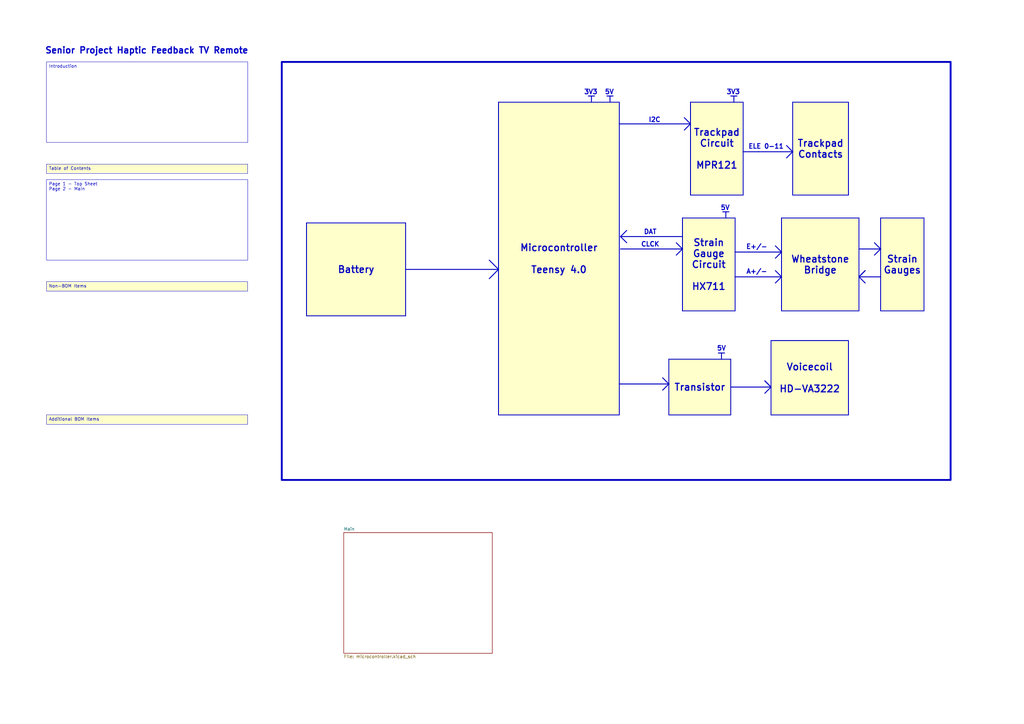
<source format=kicad_sch>
(kicad_sch
	(version 20250114)
	(generator "eeschema")
	(generator_version "9.0")
	(uuid "d8dd0317-fc7c-4431-97e0-96e3a64ee0a6")
	(paper "A3")
	(title_block
		(title "Senior Project Touchpad PCB")
		(date "2025-04-12")
		(rev "1")
		(company "Quasar Solutions")
	)
	(lib_symbols)
	(rectangle
		(start 115.57 25.4)
		(end 389.89 196.85)
		(stroke
			(width 0.762)
			(type default)
		)
		(fill
			(type none)
		)
		(uuid 35e3406c-fa69-4981-9a5d-1899698d5e67)
	)
	(text "A+/-"
		(exclude_from_sim no)
		(at 310.388 111.506 0)
		(effects
			(font
				(size 1.905 1.905)
				(thickness 0.381)
				(bold yes)
			)
		)
		(uuid "0621961a-f7bb-4fab-9534-13c77f17b82a")
	)
	(text "5V"
		(exclude_from_sim no)
		(at 297.434 85.344 0)
		(effects
			(font
				(size 1.905 1.905)
				(thickness 0.381)
				(bold yes)
			)
		)
		(uuid "13445929-c065-4118-a47c-76564c68ca18")
	)
	(text "CLCK"
		(exclude_from_sim no)
		(at 266.7 100.33 0)
		(effects
			(font
				(size 1.905 1.905)
				(thickness 0.381)
				(bold yes)
			)
		)
		(uuid "280c53b4-36f9-4bb0-abed-3cbc6916a9b3")
	)
	(text "ELE 0-11"
		(exclude_from_sim no)
		(at 314.198 60.198 0)
		(effects
			(font
				(size 1.905 1.905)
				(thickness 0.381)
				(bold yes)
			)
		)
		(uuid "319c49ae-5661-43fe-bf32-bbe1f708b654")
	)
	(text "3V3"
		(exclude_from_sim no)
		(at 242.316 37.846 0)
		(effects
			(font
				(size 1.905 1.905)
				(thickness 0.381)
				(bold yes)
			)
		)
		(uuid "4fe8bb98-f2a2-418a-bdd0-97c41cd75fd5")
	)
	(text "I2C"
		(exclude_from_sim no)
		(at 268.478 49.276 0)
		(effects
			(font
				(size 1.905 1.905)
				(thickness 0.381)
				(bold yes)
			)
		)
		(uuid "5eaa27c4-71fb-4a55-a80a-3e6ccee69b5a")
	)
	(text "E+/-"
		(exclude_from_sim no)
		(at 310.388 101.346 0)
		(effects
			(font
				(size 1.905 1.905)
				(thickness 0.381)
				(bold yes)
			)
		)
		(uuid "718407f3-1ad0-4712-a339-3819c472c111")
	)
	(text "5V"
		(exclude_from_sim no)
		(at 249.936 37.846 0)
		(effects
			(font
				(size 1.905 1.905)
				(thickness 0.381)
				(bold yes)
			)
		)
		(uuid "b8648f35-c905-4330-80fb-931f8b7e5c7d")
	)
	(text "3V3"
		(exclude_from_sim no)
		(at 300.736 37.846 0)
		(effects
			(font
				(size 1.905 1.905)
				(thickness 0.381)
				(bold yes)
			)
		)
		(uuid "bbac2c6f-c9da-43cf-bbf8-c6f7eb245cc8")
	)
	(text "Senior Project Haptic Feedback TV Remote"
		(exclude_from_sim no)
		(at 60.198 20.828 0)
		(effects
			(font
				(face "KiCad Font")
				(size 2.54 2.54)
				(thickness 0.508)
				(bold yes)
			)
		)
		(uuid "dfbb63f7-dd3e-4802-80ba-baba180c95bb")
	)
	(text "DAT"
		(exclude_from_sim no)
		(at 266.7 95.25 0)
		(effects
			(font
				(size 1.905 1.905)
				(thickness 0.381)
				(bold yes)
			)
		)
		(uuid "e29a22ee-ed79-4603-8db1-5b1513965bc5")
	)
	(text "5V"
		(exclude_from_sim no)
		(at 295.91 143.002 0)
		(effects
			(font
				(size 1.905 1.905)
				(thickness 0.381)
				(bold yes)
			)
		)
		(uuid "f32d26bd-acf6-4521-bf28-11f961da2ab9")
	)
	(text_box "Table of Contents"
		(exclude_from_sim no)
		(at 19.05 67.31 0)
		(size 82.55 3.81)
		(margins 0.9525 0.9525 0.9525 0.9525)
		(stroke
			(width 0)
			(type solid)
		)
		(fill
			(type color)
			(color 255 255 204 1)
		)
		(effects
			(font
				(size 1.27 1.27)
			)
			(justify left top)
		)
		(uuid "2976176f-ebb8-439a-ac14-3eb4946e9a8a")
	)
	(text_box "Battery\n"
		(exclude_from_sim no)
		(at 125.73 91.44 0)
		(size 40.64 38.1)
		(margins 0.9525 0.9525 0.9525 0.9525)
		(stroke
			(width 0.381)
			(type solid)
		)
		(fill
			(type color)
			(color 255 255 204 1)
		)
		(effects
			(font
				(size 2.794 2.794)
				(thickness 0.4763)
			)
		)
		(uuid "2991dbb3-7897-436b-8abd-f57785480b53")
	)
	(text_box "Transistor"
		(exclude_from_sim no)
		(at 274.32 147.32 0)
		(size 25.4 22.86)
		(margins 0.9525 0.9525 0.9525 0.9525)
		(stroke
			(width 0.381)
			(type solid)
		)
		(fill
			(type color)
			(color 255 255 204 1)
		)
		(effects
			(font
				(size 2.794 2.794)
				(thickness 0.4763)
			)
		)
		(uuid "3495a521-c034-4271-be8a-46a0dd3ee6ad")
	)
	(text_box "Trackpad Contacts"
		(exclude_from_sim no)
		(at 325.12 41.91 0)
		(size 22.86 38.1)
		(margins 0.9525 0.9525 0.9525 0.9525)
		(stroke
			(width 0.381)
			(type solid)
		)
		(fill
			(type color)
			(color 255 255 204 1)
		)
		(effects
			(font
				(size 2.794 2.794)
				(thickness 0.4763)
			)
		)
		(uuid "59095eb8-b504-4b14-aa96-1dc79cd414c0")
	)
	(text_box "Voicecoil\n\nHD-VA3222"
		(exclude_from_sim no)
		(at 316.23 139.7 0)
		(size 31.75 30.48)
		(margins 0.9525 0.9525 0.9525 0.9525)
		(stroke
			(width 0.381)
			(type solid)
		)
		(fill
			(type color)
			(color 255 255 204 1)
		)
		(effects
			(font
				(size 2.794 2.794)
				(thickness 0.4763)
			)
		)
		(uuid "6129d2fc-19d0-4e4b-a65e-a427e8fea5f0")
	)
	(text_box "Introduction"
		(exclude_from_sim no)
		(at 19.05 25.4 0)
		(size 82.55 33.02)
		(margins 0.9525 0.9525 0.9525 0.9525)
		(stroke
			(width 0)
			(type solid)
		)
		(fill
			(type none)
		)
		(effects
			(font
				(size 1.27 1.27)
			)
			(justify left top)
		)
		(uuid "70c26519-2901-4059-b52a-d2bcb287c114")
	)
	(text_box "Microcontroller\n\nTeensy 4.0"
		(exclude_from_sim no)
		(at 204.47 41.91 0)
		(size 49.53 128.27)
		(margins 0.9525 0.9525 0.9525 0.9525)
		(stroke
			(width 0.381)
			(type solid)
		)
		(fill
			(type color)
			(color 255 255 204 1)
		)
		(effects
			(font
				(size 2.794 2.794)
				(thickness 0.4763)
			)
		)
		(uuid "714e6739-9154-49d3-b1d7-045bedfd8979")
	)
	(text_box "Page 1 - Top Sheet\nPage 2 - Main"
		(exclude_from_sim no)
		(at 19.05 73.66 0)
		(size 82.55 33.02)
		(margins 0.9525 0.9525 0.9525 0.9525)
		(stroke
			(width 0)
			(type solid)
		)
		(fill
			(type none)
		)
		(effects
			(font
				(size 1.27 1.27)
			)
			(justify left top)
		)
		(uuid "9d9eaf36-e3f6-4006-8aab-84957abdf1fc")
	)
	(text_box "Wheatstone Bridge"
		(exclude_from_sim no)
		(at 320.548 89.408 0)
		(size 31.75 38.1)
		(margins 0.9525 0.9525 0.9525 0.9525)
		(stroke
			(width 0.381)
			(type solid)
		)
		(fill
			(type color)
			(color 255 255 204 1)
		)
		(effects
			(font
				(size 2.794 2.794)
				(thickness 0.4763)
			)
		)
		(uuid "9db650d6-39a2-4682-9098-48de0c289fe0")
	)
	(text_box "Additional BOM Items\n"
		(exclude_from_sim no)
		(at 19.05 170.18 0)
		(size 82.55 3.81)
		(margins 0.9525 0.9525 0.9525 0.9525)
		(stroke
			(width 0)
			(type solid)
		)
		(fill
			(type color)
			(color 255 255 204 1)
		)
		(effects
			(font
				(size 1.27 1.27)
			)
			(justify left top)
		)
		(uuid "a247f73d-90a8-4d64-b3f0-11a34f91629c")
	)
	(text_box "Trackpad Circuit\n\nMPR121"
		(exclude_from_sim no)
		(at 283.21 41.91 0)
		(size 21.59 38.1)
		(margins 0.9525 0.9525 0.9525 0.9525)
		(stroke
			(width 0.381)
			(type solid)
		)
		(fill
			(type color)
			(color 255 255 204 1)
		)
		(effects
			(font
				(size 2.794 2.794)
				(thickness 0.4763)
			)
		)
		(uuid "d1badd30-bb1f-4e06-a43e-549b6ce2620b")
	)
	(text_box "Strain Gauges"
		(exclude_from_sim no)
		(at 361.188 89.408 0)
		(size 17.78 38.1)
		(margins 0.9525 0.9525 0.9525 0.9525)
		(stroke
			(width 0.381)
			(type solid)
		)
		(fill
			(type color)
			(color 255 255 204 1)
		)
		(effects
			(font
				(size 2.794 2.794)
				(thickness 0.4763)
			)
		)
		(uuid "d3852db8-a1ce-4c7a-9be6-73ef5a9319ab")
	)
	(text_box "Strain Gauge Circuit\n\nHX711"
		(exclude_from_sim no)
		(at 279.908 89.408 0)
		(size 21.59 38.1)
		(margins 0.9525 0.9525 0.9525 0.9525)
		(stroke
			(width 0.381)
			(type solid)
		)
		(fill
			(type color)
			(color 255 255 204 1)
		)
		(effects
			(font
				(size 2.794 2.794)
				(thickness 0.4763)
			)
		)
		(uuid "ecb45aff-26de-42cc-80e2-6def2f346680")
	)
	(text_box "Non-BOM Items"
		(exclude_from_sim no)
		(at 19.05 115.57 0)
		(size 82.55 3.81)
		(margins 0.9525 0.9525 0.9525 0.9525)
		(stroke
			(width 0)
			(type solid)
		)
		(fill
			(type color)
			(color 255 255 204 1)
		)
		(effects
			(font
				(size 1.27 1.27)
			)
			(justify left top)
		)
		(uuid "f0077d95-52eb-49dd-9600-daadc5d8f292")
	)
	(polyline
		(pts
			(xy 318.008 116.078) (xy 320.548 113.538)
		)
		(stroke
			(width 0.381)
			(type default)
		)
		(uuid "02bfe9ba-0ba8-46d4-8532-544aaeae82e9")
	)
	(polyline
		(pts
			(xy 294.64 144.78) (xy 297.18 144.78)
		)
		(stroke
			(width 0.381)
			(type default)
		)
		(uuid "082748c3-d133-4baf-99e8-925d8deb0cf9")
	)
	(polyline
		(pts
			(xy 241.3 39.37) (xy 243.84 39.37)
		)
		(stroke
			(width 0.381)
			(type default)
		)
		(uuid "0bc0736e-caa4-4bd9-8d46-26cee113db9b")
	)
	(polyline
		(pts
			(xy 352.298 102.108) (xy 361.188 102.108)
		)
		(stroke
			(width 0.381)
			(type default)
		)
		(uuid "155392d2-7f7b-4c2a-9e68-ba088ddb9d9c")
	)
	(polyline
		(pts
			(xy 304.8 62.23) (xy 311.15 62.23)
		)
		(stroke
			(width 0.381)
			(type default)
		)
		(uuid "1bee433c-9539-4d19-846b-4759a74e4ff8")
	)
	(polyline
		(pts
			(xy 250.19 39.37) (xy 250.19 41.91)
		)
		(stroke
			(width 0.381)
			(type default)
		)
		(uuid "1e356e04-031f-49b3-9c9b-72e12e941564")
	)
	(polyline
		(pts
			(xy 254 50.8) (xy 283.21 50.8)
		)
		(stroke
			(width 0.381)
			(type default)
		)
		(uuid "24b8a020-e0b1-4620-97df-fa01cb2c8433")
	)
	(polyline
		(pts
			(xy 242.57 39.37) (xy 242.57 41.91)
		)
		(stroke
			(width 0.381)
			(type default)
		)
		(uuid "257146db-8ccc-40db-9b2d-d37f10129521")
	)
	(polyline
		(pts
			(xy 166.37 110.49) (xy 204.47 110.49)
		)
		(stroke
			(width 0.381)
			(type default)
		)
		(uuid "27bab5c5-7a18-4e02-8c33-1be353a6105a")
	)
	(polyline
		(pts
			(xy 297.688 86.868) (xy 297.688 89.408)
		)
		(stroke
			(width 0.381)
			(type default)
		)
		(uuid "43c84722-de19-487a-9646-a843ba117f57")
	)
	(polyline
		(pts
			(xy 254.508 97.028) (xy 279.908 97.028)
		)
		(stroke
			(width 0.381)
			(type default)
		)
		(uuid "505cacac-21da-4ba0-be73-7bbbfc976544")
	)
	(polyline
		(pts
			(xy 322.58 64.77) (xy 325.12 62.23)
		)
		(stroke
			(width 0.381)
			(type default)
		)
		(uuid "53d4e7cd-77ca-4966-baa6-be38aff089df")
	)
	(polyline
		(pts
			(xy 277.368 104.648) (xy 279.908 102.108)
		)
		(stroke
			(width 0.381)
			(type default)
		)
		(uuid "5778547e-2a5c-4171-958a-715472622303")
	)
	(polyline
		(pts
			(xy 200.66 114.3) (xy 204.47 110.49)
		)
		(stroke
			(width 0.381)
			(type default)
		)
		(uuid "59dc6e37-c825-495e-bcf6-7d1c01aea7e2")
	)
	(polyline
		(pts
			(xy 254.508 97.028) (xy 257.048 99.568)
		)
		(stroke
			(width 0.381)
			(type default)
		)
		(uuid "6a200632-760b-4941-b42a-0e63b6638798")
	)
	(polyline
		(pts
			(xy 354.838 110.998) (xy 352.298 113.538)
		)
		(stroke
			(width 0.381)
			(type default)
		)
		(uuid "6bee54e4-c2e7-4586-ad8e-f7843a682671")
	)
	(polyline
		(pts
			(xy 318.008 100.838) (xy 320.548 103.378)
		)
		(stroke
			(width 0.381)
			(type default)
		)
		(uuid "6c464a05-d014-4a45-9ee5-d11f3a8886e7")
	)
	(polyline
		(pts
			(xy 280.67 48.26) (xy 283.21 50.8)
		)
		(stroke
			(width 0.381)
			(type default)
		)
		(uuid "6eca09f7-332c-4b22-a706-affaed29fe71")
	)
	(polyline
		(pts
			(xy 254.508 97.028) (xy 257.048 94.488)
		)
		(stroke
			(width 0.381)
			(type default)
		)
		(uuid "7078957a-dbd3-4b8c-89e3-f198c092d396")
	)
	(polyline
		(pts
			(xy 352.298 113.538) (xy 354.838 110.998)
		)
		(stroke
			(width 0.381)
			(type default)
		)
		(uuid "7d80b0c1-8769-4cd7-bde4-45e75e968c73")
	)
	(polyline
		(pts
			(xy 352.298 113.538) (xy 361.188 113.538)
		)
		(stroke
			(width 0.381)
			(type default)
		)
		(uuid "833cc97c-52d2-4a1b-bbef-f07bc6226330")
	)
	(polyline
		(pts
			(xy 301.498 103.378) (xy 320.548 103.378)
		)
		(stroke
			(width 0.381)
			(type default)
		)
		(uuid "8776085a-a074-4894-9c30-5c64bd0293ce")
	)
	(polyline
		(pts
			(xy 322.58 59.69) (xy 325.12 62.23)
		)
		(stroke
			(width 0.381)
			(type default)
		)
		(uuid "8b9a41af-8ee8-4fc7-8751-948cbd3327b8")
	)
	(polyline
		(pts
			(xy 299.72 158.75) (xy 316.23 158.75)
		)
		(stroke
			(width 0.381)
			(type default)
		)
		(uuid "9279bfd0-017e-478e-99f3-8bdcb0341ab8")
	)
	(polyline
		(pts
			(xy 296.418 86.868) (xy 298.958 86.868)
		)
		(stroke
			(width 0.381)
			(type default)
		)
		(uuid "9e9c130e-46aa-4ede-ab31-010f81d0ab8b")
	)
	(polyline
		(pts
			(xy 358.648 99.568) (xy 361.188 102.108)
		)
		(stroke
			(width 0.381)
			(type default)
		)
		(uuid "a272ffee-5ba0-455a-8f72-845ea165a088")
	)
	(polyline
		(pts
			(xy 200.66 106.68) (xy 204.47 110.49)
		)
		(stroke
			(width 0.381)
			(type default)
		)
		(uuid "ae0493fc-ddb7-4f6b-baf0-53a995718b9e")
	)
	(polyline
		(pts
			(xy 313.69 161.29) (xy 316.23 158.75)
		)
		(stroke
			(width 0.381)
			(type default)
		)
		(uuid "b350499f-bc31-4050-94ab-1d04de9e493b")
	)
	(polyline
		(pts
			(xy 354.838 116.078) (xy 352.298 113.538)
		)
		(stroke
			(width 0.381)
			(type default)
		)
		(uuid "b7144404-7a10-4521-8ae9-892c568eee87")
	)
	(polyline
		(pts
			(xy 248.92 39.37) (xy 251.46 39.37)
		)
		(stroke
			(width 0.381)
			(type default)
		)
		(uuid "b943c3d0-543f-4b5b-a663-d7f787880322")
	)
	(polyline
		(pts
			(xy 313.69 156.21) (xy 316.23 158.75)
		)
		(stroke
			(width 0.381)
			(type default)
		)
		(uuid "bf1b2919-1a5a-468f-a459-ff296f69eb20")
	)
	(polyline
		(pts
			(xy 254.508 102.108) (xy 279.908 102.108)
		)
		(stroke
			(width 0.381)
			(type default)
		)
		(uuid "c088b383-f998-4ce4-a47b-cd7167b920a4")
	)
	(polyline
		(pts
			(xy 318.008 105.918) (xy 320.548 103.378)
		)
		(stroke
			(width 0.381)
			(type default)
		)
		(uuid "c971b81e-1735-4887-82e9-fbb919fd206c")
	)
	(polyline
		(pts
			(xy 280.67 53.34) (xy 283.21 50.8)
		)
		(stroke
			(width 0.381)
			(type default)
		)
		(uuid "cee4f365-0ad8-4c0c-8843-b7b0b66274d1")
	)
	(polyline
		(pts
			(xy 301.498 113.538) (xy 320.548 113.538)
		)
		(stroke
			(width 0.381)
			(type default)
		)
		(uuid "cf511939-817e-421b-9cd1-69306281bb6b")
	)
	(polyline
		(pts
			(xy 299.72 39.37) (xy 302.26 39.37)
		)
		(stroke
			(width 0.381)
			(type default)
		)
		(uuid "d18f979a-df98-4d08-b703-24b070e26f6c")
	)
	(polyline
		(pts
			(xy 271.78 154.94) (xy 274.32 157.48)
		)
		(stroke
			(width 0.381)
			(type default)
		)
		(uuid "da824c67-cdea-4d49-a88c-03ed5d2dcc9d")
	)
	(polyline
		(pts
			(xy 313.69 156.21) (xy 316.23 158.75)
		)
		(stroke
			(width 0.381)
			(type default)
		)
		(uuid "db40f403-5087-4189-ad83-1d75dccb5307")
	)
	(polyline
		(pts
			(xy 271.78 160.02) (xy 274.32 157.48)
		)
		(stroke
			(width 0.381)
			(type default)
		)
		(uuid "e416055d-d132-41a6-83b7-de8958134d8e")
	)
	(polyline
		(pts
			(xy 295.91 144.78) (xy 295.91 147.32)
		)
		(stroke
			(width 0.381)
			(type default)
		)
		(uuid "e5bd2dfd-7b31-49a8-8c3f-71e5f4da9e7c")
	)
	(polyline
		(pts
			(xy 358.648 104.648) (xy 361.188 102.108)
		)
		(stroke
			(width 0.381)
			(type default)
		)
		(uuid "ec63f085-95db-44a2-9ba7-b08b7ad088d8")
	)
	(polyline
		(pts
			(xy 277.368 99.568) (xy 279.908 102.108)
		)
		(stroke
			(width 0.381)
			(type default)
		)
		(uuid "eef75a64-6ba3-484a-a0ca-51c61a2ad765")
	)
	(polyline
		(pts
			(xy 311.15 62.23) (xy 325.12 62.23)
		)
		(stroke
			(width 0.381)
			(type default)
		)
		(uuid "f41bce43-5481-4120-a87b-3d2f4971c216")
	)
	(polyline
		(pts
			(xy 300.99 39.37) (xy 300.99 41.91)
		)
		(stroke
			(width 0.381)
			(type default)
		)
		(uuid "f8e4d7bf-1c15-4c21-ba57-0e88dbbc5754")
	)
	(polyline
		(pts
			(xy 254 157.48) (xy 274.32 157.48)
		)
		(stroke
			(width 0.381)
			(type default)
		)
		(uuid "fb8064d3-e183-43cc-8e43-3a83482ea562")
	)
	(polyline
		(pts
			(xy 318.008 110.998) (xy 320.548 113.538)
		)
		(stroke
			(width 0.381)
			(type default)
		)
		(uuid "fdee5835-18ae-474f-8f02-3c85b2412523")
	)
	(sheet
		(at 140.97 218.44)
		(size 60.96 49.53)
		(exclude_from_sim no)
		(in_bom yes)
		(on_board yes)
		(dnp no)
		(fields_autoplaced yes)
		(stroke
			(width 0.1524)
			(type solid)
		)
		(fill
			(color 0 0 0 0.0000)
		)
		(uuid "e4b96eee-8d60-4dce-a031-6352fec864f5")
		(property "Sheetname" "Main"
			(at 140.97 217.7284 0)
			(effects
				(font
					(size 1.27 1.27)
				)
				(justify left bottom)
			)
		)
		(property "Sheetfile" "microcontroller.kicad_sch"
			(at 140.97 268.5546 0)
			(effects
				(font
					(size 1.27 1.27)
				)
				(justify left top)
			)
		)
		(instances
			(project "SeniorProject"
				(path "/d8dd0317-fc7c-4431-97e0-96e3a64ee0a6"
					(page "2")
				)
			)
		)
	)
	(sheet_instances
		(path "/"
			(page "1")
		)
	)
	(embedded_fonts no)
)

</source>
